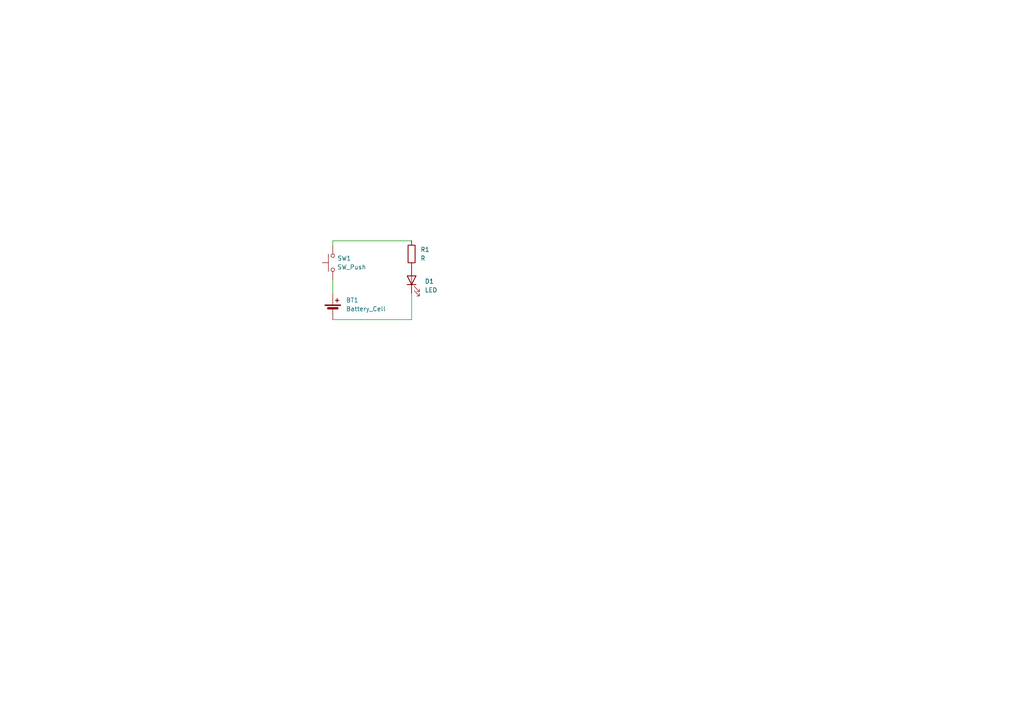
<source format=kicad_sch>
(kicad_sch
	(version 20250114)
	(generator "eeschema")
	(generator_version "9.0")
	(uuid "da96fefc-5e23-46e9-9e95-05c9bd0a6bea")
	(paper "A4")
	(lib_symbols
		(symbol "Device:Battery_Cell"
			(pin_numbers
				(hide yes)
			)
			(pin_names
				(offset 0)
				(hide yes)
			)
			(exclude_from_sim no)
			(in_bom yes)
			(on_board yes)
			(property "Reference" "BT"
				(at 2.54 2.54 0)
				(effects
					(font
						(size 1.27 1.27)
					)
					(justify left)
				)
			)
			(property "Value" "Battery_Cell"
				(at 2.54 0 0)
				(effects
					(font
						(size 1.27 1.27)
					)
					(justify left)
				)
			)
			(property "Footprint" ""
				(at 0 1.524 90)
				(effects
					(font
						(size 1.27 1.27)
					)
					(hide yes)
				)
			)
			(property "Datasheet" "~"
				(at 0 1.524 90)
				(effects
					(font
						(size 1.27 1.27)
					)
					(hide yes)
				)
			)
			(property "Description" "Single-cell battery"
				(at 0 0 0)
				(effects
					(font
						(size 1.27 1.27)
					)
					(hide yes)
				)
			)
			(property "ki_keywords" "battery cell"
				(at 0 0 0)
				(effects
					(font
						(size 1.27 1.27)
					)
					(hide yes)
				)
			)
			(symbol "Battery_Cell_0_1"
				(rectangle
					(start -2.286 1.778)
					(end 2.286 1.524)
					(stroke
						(width 0)
						(type default)
					)
					(fill
						(type outline)
					)
				)
				(rectangle
					(start -1.524 1.016)
					(end 1.524 0.508)
					(stroke
						(width 0)
						(type default)
					)
					(fill
						(type outline)
					)
				)
				(polyline
					(pts
						(xy 0 1.778) (xy 0 2.54)
					)
					(stroke
						(width 0)
						(type default)
					)
					(fill
						(type none)
					)
				)
				(polyline
					(pts
						(xy 0 0.762) (xy 0 0)
					)
					(stroke
						(width 0)
						(type default)
					)
					(fill
						(type none)
					)
				)
				(polyline
					(pts
						(xy 0.762 3.048) (xy 1.778 3.048)
					)
					(stroke
						(width 0.254)
						(type default)
					)
					(fill
						(type none)
					)
				)
				(polyline
					(pts
						(xy 1.27 3.556) (xy 1.27 2.54)
					)
					(stroke
						(width 0.254)
						(type default)
					)
					(fill
						(type none)
					)
				)
			)
			(symbol "Battery_Cell_1_1"
				(pin passive line
					(at 0 5.08 270)
					(length 2.54)
					(name "+"
						(effects
							(font
								(size 1.27 1.27)
							)
						)
					)
					(number "1"
						(effects
							(font
								(size 1.27 1.27)
							)
						)
					)
				)
				(pin passive line
					(at 0 -2.54 90)
					(length 2.54)
					(name "-"
						(effects
							(font
								(size 1.27 1.27)
							)
						)
					)
					(number "2"
						(effects
							(font
								(size 1.27 1.27)
							)
						)
					)
				)
			)
			(embedded_fonts no)
		)
		(symbol "Device:LED"
			(pin_numbers
				(hide yes)
			)
			(pin_names
				(offset 1.016)
				(hide yes)
			)
			(exclude_from_sim no)
			(in_bom yes)
			(on_board yes)
			(property "Reference" "D"
				(at 0 2.54 0)
				(effects
					(font
						(size 1.27 1.27)
					)
				)
			)
			(property "Value" "LED"
				(at 0 -2.54 0)
				(effects
					(font
						(size 1.27 1.27)
					)
				)
			)
			(property "Footprint" ""
				(at 0 0 0)
				(effects
					(font
						(size 1.27 1.27)
					)
					(hide yes)
				)
			)
			(property "Datasheet" "~"
				(at 0 0 0)
				(effects
					(font
						(size 1.27 1.27)
					)
					(hide yes)
				)
			)
			(property "Description" "Light emitting diode"
				(at 0 0 0)
				(effects
					(font
						(size 1.27 1.27)
					)
					(hide yes)
				)
			)
			(property "Sim.Pins" "1=K 2=A"
				(at 0 0 0)
				(effects
					(font
						(size 1.27 1.27)
					)
					(hide yes)
				)
			)
			(property "ki_keywords" "LED diode"
				(at 0 0 0)
				(effects
					(font
						(size 1.27 1.27)
					)
					(hide yes)
				)
			)
			(property "ki_fp_filters" "LED* LED_SMD:* LED_THT:*"
				(at 0 0 0)
				(effects
					(font
						(size 1.27 1.27)
					)
					(hide yes)
				)
			)
			(symbol "LED_0_1"
				(polyline
					(pts
						(xy -3.048 -0.762) (xy -4.572 -2.286) (xy -3.81 -2.286) (xy -4.572 -2.286) (xy -4.572 -1.524)
					)
					(stroke
						(width 0)
						(type default)
					)
					(fill
						(type none)
					)
				)
				(polyline
					(pts
						(xy -1.778 -0.762) (xy -3.302 -2.286) (xy -2.54 -2.286) (xy -3.302 -2.286) (xy -3.302 -1.524)
					)
					(stroke
						(width 0)
						(type default)
					)
					(fill
						(type none)
					)
				)
				(polyline
					(pts
						(xy -1.27 0) (xy 1.27 0)
					)
					(stroke
						(width 0)
						(type default)
					)
					(fill
						(type none)
					)
				)
				(polyline
					(pts
						(xy -1.27 -1.27) (xy -1.27 1.27)
					)
					(stroke
						(width 0.254)
						(type default)
					)
					(fill
						(type none)
					)
				)
				(polyline
					(pts
						(xy 1.27 -1.27) (xy 1.27 1.27) (xy -1.27 0) (xy 1.27 -1.27)
					)
					(stroke
						(width 0.254)
						(type default)
					)
					(fill
						(type none)
					)
				)
			)
			(symbol "LED_1_1"
				(pin passive line
					(at -3.81 0 0)
					(length 2.54)
					(name "K"
						(effects
							(font
								(size 1.27 1.27)
							)
						)
					)
					(number "1"
						(effects
							(font
								(size 1.27 1.27)
							)
						)
					)
				)
				(pin passive line
					(at 3.81 0 180)
					(length 2.54)
					(name "A"
						(effects
							(font
								(size 1.27 1.27)
							)
						)
					)
					(number "2"
						(effects
							(font
								(size 1.27 1.27)
							)
						)
					)
				)
			)
			(embedded_fonts no)
		)
		(symbol "Device:R"
			(pin_numbers
				(hide yes)
			)
			(pin_names
				(offset 0)
			)
			(exclude_from_sim no)
			(in_bom yes)
			(on_board yes)
			(property "Reference" "R"
				(at 2.032 0 90)
				(effects
					(font
						(size 1.27 1.27)
					)
				)
			)
			(property "Value" "R"
				(at 0 0 90)
				(effects
					(font
						(size 1.27 1.27)
					)
				)
			)
			(property "Footprint" ""
				(at -1.778 0 90)
				(effects
					(font
						(size 1.27 1.27)
					)
					(hide yes)
				)
			)
			(property "Datasheet" "~"
				(at 0 0 0)
				(effects
					(font
						(size 1.27 1.27)
					)
					(hide yes)
				)
			)
			(property "Description" "Resistor"
				(at 0 0 0)
				(effects
					(font
						(size 1.27 1.27)
					)
					(hide yes)
				)
			)
			(property "ki_keywords" "R res resistor"
				(at 0 0 0)
				(effects
					(font
						(size 1.27 1.27)
					)
					(hide yes)
				)
			)
			(property "ki_fp_filters" "R_*"
				(at 0 0 0)
				(effects
					(font
						(size 1.27 1.27)
					)
					(hide yes)
				)
			)
			(symbol "R_0_1"
				(rectangle
					(start -1.016 -2.54)
					(end 1.016 2.54)
					(stroke
						(width 0.254)
						(type default)
					)
					(fill
						(type none)
					)
				)
			)
			(symbol "R_1_1"
				(pin passive line
					(at 0 3.81 270)
					(length 1.27)
					(name "~"
						(effects
							(font
								(size 1.27 1.27)
							)
						)
					)
					(number "1"
						(effects
							(font
								(size 1.27 1.27)
							)
						)
					)
				)
				(pin passive line
					(at 0 -3.81 90)
					(length 1.27)
					(name "~"
						(effects
							(font
								(size 1.27 1.27)
							)
						)
					)
					(number "2"
						(effects
							(font
								(size 1.27 1.27)
							)
						)
					)
				)
			)
			(embedded_fonts no)
		)
		(symbol "Switch:SW_Push"
			(pin_numbers
				(hide yes)
			)
			(pin_names
				(offset 1.016)
				(hide yes)
			)
			(exclude_from_sim no)
			(in_bom yes)
			(on_board yes)
			(property "Reference" "SW"
				(at 1.27 2.54 0)
				(effects
					(font
						(size 1.27 1.27)
					)
					(justify left)
				)
			)
			(property "Value" "SW_Push"
				(at 0 -1.524 0)
				(effects
					(font
						(size 1.27 1.27)
					)
				)
			)
			(property "Footprint" ""
				(at 0 5.08 0)
				(effects
					(font
						(size 1.27 1.27)
					)
					(hide yes)
				)
			)
			(property "Datasheet" "~"
				(at 0 5.08 0)
				(effects
					(font
						(size 1.27 1.27)
					)
					(hide yes)
				)
			)
			(property "Description" "Push button switch, generic, two pins"
				(at 0 0 0)
				(effects
					(font
						(size 1.27 1.27)
					)
					(hide yes)
				)
			)
			(property "ki_keywords" "switch normally-open pushbutton push-button"
				(at 0 0 0)
				(effects
					(font
						(size 1.27 1.27)
					)
					(hide yes)
				)
			)
			(symbol "SW_Push_0_1"
				(circle
					(center -2.032 0)
					(radius 0.508)
					(stroke
						(width 0)
						(type default)
					)
					(fill
						(type none)
					)
				)
				(polyline
					(pts
						(xy 0 1.27) (xy 0 3.048)
					)
					(stroke
						(width 0)
						(type default)
					)
					(fill
						(type none)
					)
				)
				(circle
					(center 2.032 0)
					(radius 0.508)
					(stroke
						(width 0)
						(type default)
					)
					(fill
						(type none)
					)
				)
				(polyline
					(pts
						(xy 2.54 1.27) (xy -2.54 1.27)
					)
					(stroke
						(width 0)
						(type default)
					)
					(fill
						(type none)
					)
				)
				(pin passive line
					(at -5.08 0 0)
					(length 2.54)
					(name "1"
						(effects
							(font
								(size 1.27 1.27)
							)
						)
					)
					(number "1"
						(effects
							(font
								(size 1.27 1.27)
							)
						)
					)
				)
				(pin passive line
					(at 5.08 0 180)
					(length 2.54)
					(name "2"
						(effects
							(font
								(size 1.27 1.27)
							)
						)
					)
					(number "2"
						(effects
							(font
								(size 1.27 1.27)
							)
						)
					)
				)
			)
			(embedded_fonts no)
		)
	)
	(wire
		(pts
			(xy 119.38 92.71) (xy 96.52 92.71)
		)
		(stroke
			(width 0)
			(type default)
		)
		(uuid "0c3e7051-d1d0-4a2e-8a45-8cb680f1d1e0")
	)
	(wire
		(pts
			(xy 96.52 81.28) (xy 96.52 85.09)
		)
		(stroke
			(width 0)
			(type default)
		)
		(uuid "34be800e-46e4-4c23-add0-ee67437f643d")
	)
	(wire
		(pts
			(xy 96.52 69.85) (xy 119.38 69.85)
		)
		(stroke
			(width 0)
			(type default)
		)
		(uuid "7e4b475b-ba2d-46d6-9190-01c446a9dff8")
	)
	(wire
		(pts
			(xy 96.52 71.12) (xy 96.52 69.85)
		)
		(stroke
			(width 0)
			(type default)
		)
		(uuid "85f9cc52-5a46-48b3-a388-0e7d86ffadfc")
	)
	(wire
		(pts
			(xy 119.38 85.09) (xy 119.38 92.71)
		)
		(stroke
			(width 0)
			(type default)
		)
		(uuid "8c56f3bd-8c0c-4a0d-83cc-e47e04bbfd60")
	)
	(symbol
		(lib_id "Switch:SW_Push")
		(at 96.52 76.2 90)
		(unit 1)
		(exclude_from_sim no)
		(in_bom yes)
		(on_board yes)
		(dnp no)
		(fields_autoplaced yes)
		(uuid "31c6e56d-1c08-45f9-a0a6-07cd12eacf3e")
		(property "Reference" "SW1"
			(at 97.79 74.9299 90)
			(effects
				(font
					(size 1.27 1.27)
				)
				(justify right)
			)
		)
		(property "Value" "SW_Push"
			(at 97.79 77.4699 90)
			(effects
				(font
					(size 1.27 1.27)
				)
				(justify right)
			)
		)
		(property "Footprint" "Button_Switch_THT:SW_PUSH_6mm"
			(at 91.44 76.2 0)
			(effects
				(font
					(size 1.27 1.27)
				)
				(hide yes)
			)
		)
		(property "Datasheet" "~"
			(at 91.44 76.2 0)
			(effects
				(font
					(size 1.27 1.27)
				)
				(hide yes)
			)
		)
		(property "Description" "Push button switch, generic, two pins"
			(at 96.52 76.2 0)
			(effects
				(font
					(size 1.27 1.27)
				)
				(hide yes)
			)
		)
		(pin "1"
			(uuid "57c7bcb0-5a13-4326-9736-db9ce6c482d4")
		)
		(pin "2"
			(uuid "41d35348-16f2-432f-ac14-7acb03799d86")
		)
		(instances
			(project ""
				(path "/da96fefc-5e23-46e9-9e95-05c9bd0a6bea"
					(reference "SW1")
					(unit 1)
				)
			)
		)
	)
	(symbol
		(lib_id "Device:R")
		(at 119.38 73.66 0)
		(unit 1)
		(exclude_from_sim no)
		(in_bom yes)
		(on_board yes)
		(dnp no)
		(fields_autoplaced yes)
		(uuid "4660dc44-aa41-4ee8-bd91-b69de70cf105")
		(property "Reference" "R1"
			(at 121.92 72.3899 0)
			(effects
				(font
					(size 1.27 1.27)
				)
				(justify left)
			)
		)
		(property "Value" "R"
			(at 121.92 74.9299 0)
			(effects
				(font
					(size 1.27 1.27)
				)
				(justify left)
			)
		)
		(property "Footprint" "Resistor_THT:R_Axial_DIN0207_L6.3mm_D2.5mm_P7.62mm_Horizontal"
			(at 117.602 73.66 90)
			(effects
				(font
					(size 1.27 1.27)
				)
				(hide yes)
			)
		)
		(property "Datasheet" "~"
			(at 119.38 73.66 0)
			(effects
				(font
					(size 1.27 1.27)
				)
				(hide yes)
			)
		)
		(property "Description" "Resistor"
			(at 119.38 73.66 0)
			(effects
				(font
					(size 1.27 1.27)
				)
				(hide yes)
			)
		)
		(pin "2"
			(uuid "31f6bb5e-ca9e-4c43-8372-66dc8af89636")
		)
		(pin "1"
			(uuid "a047196b-6d3f-468e-95ab-75d4a96096e6")
		)
		(instances
			(project ""
				(path "/da96fefc-5e23-46e9-9e95-05c9bd0a6bea"
					(reference "R1")
					(unit 1)
				)
			)
		)
	)
	(symbol
		(lib_id "Device:LED")
		(at 119.38 81.28 90)
		(unit 1)
		(exclude_from_sim no)
		(in_bom yes)
		(on_board yes)
		(dnp no)
		(fields_autoplaced yes)
		(uuid "a99b9939-0085-40ef-b6c1-956f04b51c50")
		(property "Reference" "D1"
			(at 123.19 81.5974 90)
			(effects
				(font
					(size 1.27 1.27)
				)
				(justify right)
			)
		)
		(property "Value" "LED"
			(at 123.19 84.1374 90)
			(effects
				(font
					(size 1.27 1.27)
				)
				(justify right)
			)
		)
		(property "Footprint" "LED_THT:LED_D5.0mm"
			(at 119.38 81.28 0)
			(effects
				(font
					(size 1.27 1.27)
				)
				(hide yes)
			)
		)
		(property "Datasheet" "~"
			(at 119.38 81.28 0)
			(effects
				(font
					(size 1.27 1.27)
				)
				(hide yes)
			)
		)
		(property "Description" "Light emitting diode"
			(at 119.38 81.28 0)
			(effects
				(font
					(size 1.27 1.27)
				)
				(hide yes)
			)
		)
		(property "Sim.Pins" "1=K 2=A"
			(at 119.38 81.28 0)
			(effects
				(font
					(size 1.27 1.27)
				)
				(hide yes)
			)
		)
		(pin "2"
			(uuid "5bf1b7f6-b000-4e70-99d1-449ac953c74d")
		)
		(pin "1"
			(uuid "aaab8762-8b86-49d8-a6b8-cadfc1ba8c3b")
		)
		(instances
			(project ""
				(path "/da96fefc-5e23-46e9-9e95-05c9bd0a6bea"
					(reference "D1")
					(unit 1)
				)
			)
		)
	)
	(symbol
		(lib_id "Device:Battery_Cell")
		(at 96.52 90.17 0)
		(unit 1)
		(exclude_from_sim no)
		(in_bom yes)
		(on_board yes)
		(dnp no)
		(fields_autoplaced yes)
		(uuid "ae87fae3-d164-411c-a30e-841194f300af")
		(property "Reference" "BT1"
			(at 100.33 87.0584 0)
			(effects
				(font
					(size 1.27 1.27)
				)
				(justify left)
			)
		)
		(property "Value" "Battery_Cell"
			(at 100.33 89.5984 0)
			(effects
				(font
					(size 1.27 1.27)
				)
				(justify left)
			)
		)
		(property "Footprint" "Battery:BatteryHolder_Keystone_3034_1x20mm"
			(at 96.52 88.646 90)
			(effects
				(font
					(size 1.27 1.27)
				)
				(hide yes)
			)
		)
		(property "Datasheet" "~"
			(at 96.52 88.646 90)
			(effects
				(font
					(size 1.27 1.27)
				)
				(hide yes)
			)
		)
		(property "Description" "Single-cell battery"
			(at 96.52 90.17 0)
			(effects
				(font
					(size 1.27 1.27)
				)
				(hide yes)
			)
		)
		(pin "1"
			(uuid "669f44d7-0c88-4ddf-95ab-5fb9fa58d534")
		)
		(pin "2"
			(uuid "220fd60c-d46a-41eb-b2a8-98785de20979")
		)
		(instances
			(project ""
				(path "/da96fefc-5e23-46e9-9e95-05c9bd0a6bea"
					(reference "BT1")
					(unit 1)
				)
			)
		)
	)
	(sheet_instances
		(path "/"
			(page "1")
		)
	)
	(embedded_fonts no)
)

</source>
